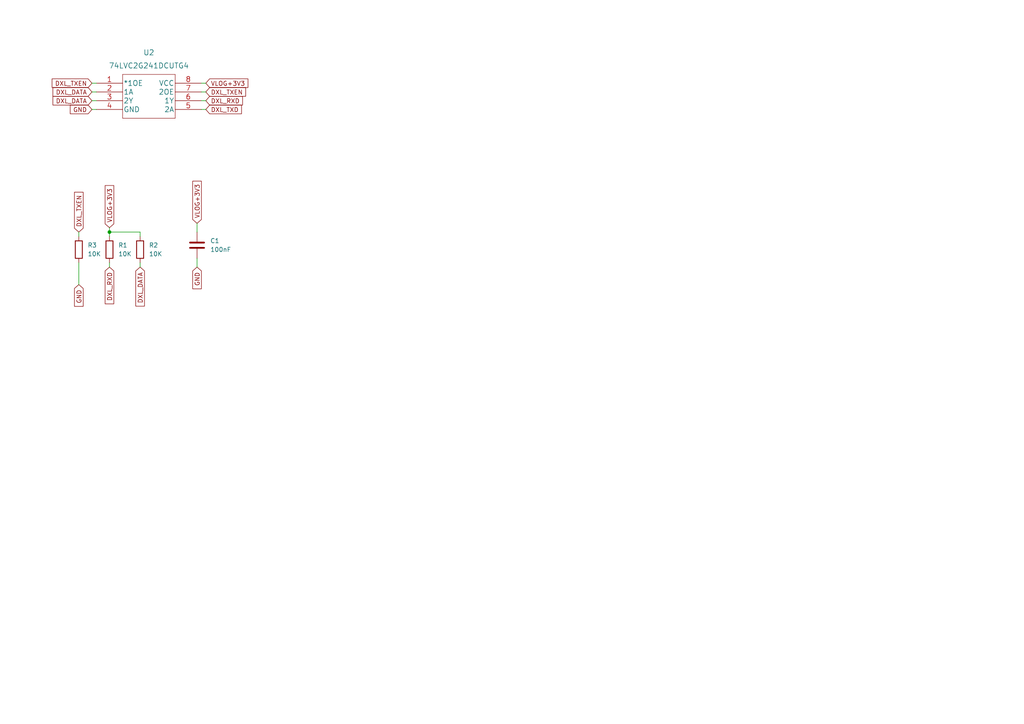
<source format=kicad_sch>
(kicad_sch (version 20230121) (generator eeschema)
  (paper "A4")
  (lib_symbols
    (symbol "Device:C" (pin_numbers hide) (pin_names (offset 0.254))
      (property "Reference" "C" (at 0.635 2.54 0))
      (property "Value" "C" (at 0.635 -2.54 0))
      (symbol "C_0_1"
        (polyline (pts (xy -2.032 -0.762) (xy 2.032 -0.762)) (stroke (width 0.508)))
        (polyline (pts (xy -2.032 0.762) (xy 2.032 0.762)) (stroke (width 0.508)))
      )
      (symbol "C_1_1"
        (pin passive line (at 0 3.81 270) (length 2.794) (name "~") (number "1"))
        (pin passive line (at 0 -3.81 90) (length 2.794) (name "~") (number "2"))
      )
    )
    (symbol "Device:R" (pin_numbers hide) (pin_names (offset 0))
      (property "Reference" "R" (at 2.032 0 90))
      (property "Value" "R" (at 0 0 90))
      (symbol "R_0_1"
        (rectangle (start -1.016 -2.54) (end 1.016 2.54) (stroke (width 0.254)))
      )
      (symbol "R_1_1"
        (pin passive line (at 0 3.81 270) (length 1.27) (name "~") (number "1"))
        (pin passive line (at 0 -3.81 90) (length 1.27) (name "~") (number "2"))
      )
    )
    (symbol "SN74LVC2G241:74LVC2G241DCUTG4" (pin_names (offset 0.254))
      (property "Reference" "U" (at 0 10.16 0))
      (property "Value" "74LVC2G241DCUTG4" (at 0 7.62 0))
      (symbol "74LVC2G241DCUTG4_1_1"
        (polyline (pts (xy -7.62 -6.35) (xy 7.62 -6.35)) (stroke (width 0.127)))
        (polyline (pts (xy -7.62 6.35) (xy -7.62 -6.35)) (stroke (width 0.127)))
        (polyline (pts (xy 7.62 -6.35) (xy 7.62 6.35)) (stroke (width 0.127)))
        (polyline (pts (xy 7.62 6.35) (xy -7.62 6.35)) (stroke (width 0.127)))
        (pin input line (at -15.24 3.81 0) (length 7.62) (name "*1OE") (number "1"))
        (pin input line (at -15.24 1.27 0) (length 7.62) (name "1A") (number "2"))
        (pin output line (at -15.24 -1.27 0) (length 7.62) (name "2Y") (number "3"))
        (pin power_in line (at -15.24 -3.81 0) (length 7.62) (name "GND") (number "4"))
        (pin input line (at 15.24 -3.81 180) (length 7.62) (name "2A") (number "5"))
        (pin output line (at 15.24 -1.27 180) (length 7.62) (name "1Y") (number "6"))
        (pin input line (at 15.24 1.27 180) (length 7.62) (name "2OE") (number "7"))
        (pin power_in line (at 15.24 3.81 180) (length 7.62) (name "VCC") (number "8"))
      )
    )
  )
  (junction (at 31.75 67.31))
  (wire (pts (xy 58.42 24.13) (xy 59.69 24.13)))
  (wire (pts (xy 31.75 76.2) (xy 31.75 77.47)))
  (wire (pts (xy 22.86 76.2) (xy 22.86 82.55)))
  (wire (pts (xy 26.67 26.67) (xy 27.94 26.67)))
  (wire (pts (xy 40.64 76.2) (xy 40.64 77.47)))
  (wire (pts (xy 57.15 64.77) (xy 57.15 67.31)))
  (wire (pts (xy 31.75 66.04) (xy 31.75 67.31)))
  (wire (pts (xy 26.67 24.13) (xy 27.94 24.13)))
  (wire (pts (xy 40.64 67.31) (xy 31.75 67.31)))
  (wire (pts (xy 31.75 67.31) (xy 31.75 68.58)))
  (wire (pts (xy 27.94 31.75) (xy 26.67 31.75)))
  (wire (pts (xy 57.15 74.93) (xy 57.15 77.47)))
  (wire (pts (xy 26.67 29.21) (xy 27.94 29.21)))
  (wire (pts (xy 58.42 31.75) (xy 59.69 31.75)))
  (wire (pts (xy 40.64 68.58) (xy 40.64 67.31)))
  (wire (pts (xy 58.42 29.21) (xy 59.69 29.21)))
  (wire (pts (xy 22.86 67.31) (xy 22.86 68.58)))
  (wire (pts (xy 58.42 26.67) (xy 59.69 26.67)))
  (global_label "DXL_RXD" (shape input) (at 59.69 29.21 0) (property "Intersheetrefs" "${INTERSHEET_REFS}" (effects hide)))
  (global_label "GND" (shape input) (at 57.15 77.47 270) (property "Intersheetrefs" "${INTERSHEET_REFS}" (effects hide)))
  (global_label "DXL_TXEN" (shape input) (at 22.86 67.31 90) (property "Intersheetrefs" "${INTERSHEET_REFS}" (effects hide)))
  (global_label "DXL_TXEN" (shape input) (at 26.67 24.13 180) (property "Intersheetrefs" "${INTERSHEET_REFS}" (effects hide)))
  (global_label "DXL_TXEN" (shape input) (at 59.69 26.67 0) (property "Intersheetrefs" "${INTERSHEET_REFS}" (effects hide)))
  (global_label "DXL_RXD" (shape input) (at 31.75 77.47 270) (property "Intersheetrefs" "${INTERSHEET_REFS}" (effects hide)))
  (global_label "DXL_DATA" (shape input) (at 26.67 29.21 180) (property "Intersheetrefs" "${INTERSHEET_REFS}" (effects hide)))
  (global_label "VLOG+3V3" (shape input) (at 59.69 24.13 0) (property "Intersheetrefs" "${INTERSHEET_REFS}" (effects hide)))
  (global_label "DXL_TXD" (shape input) (at 59.69 31.75 0) (property "Intersheetrefs" "${INTERSHEET_REFS}" (effects hide)))
  (global_label "VLOG+3V3" (shape input) (at 31.75 66.04 90) (property "Intersheetrefs" "${INTERSHEET_REFS}" (effects hide)))
  (global_label "GND" (shape input) (at 26.67 31.75 180) (property "Intersheetrefs" "${INTERSHEET_REFS}" (effects hide)))
  (global_label "VLOG+3V3" (shape input) (at 57.15 64.77 90) (property "Intersheetrefs" "${INTERSHEET_REFS}" (effects hide)))
  (global_label "DXL_DATA" (shape input) (at 26.67 26.67 180) (property "Intersheetrefs" "${INTERSHEET_REFS}" (effects hide)))
  (global_label "DXL_DATA" (shape input) (at 40.64 77.47 270) (property "Intersheetrefs" "${INTERSHEET_REFS}" (effects hide)))
  (global_label "GND" (shape input) (at 22.86 82.55 270) (property "Intersheetrefs" "${INTERSHEET_REFS}" (effects hide)))
  (symbol (lib_id "Device:R") (at 22.86 72.39 0) (unit 1)
    (property "Reference" "R3" (at 25.4 71.1199 0) (effects (justify left)))
    (property "Value" "10K" (at 25.4 73.6599 0) (effects (justify left)))
    (property "Footprint" "Resistor_SMD:R_0603_1608Metric" (effects hide))
    (instances (project "DynamixelAdapter" (path "" (reference "R3") (unit 1))) (project "Edurob" (path "" (reference "R7") (unit 1))))
  )
  (symbol (lib_id "SN74LVC2G241:74LVC2G241DCUTG4") (at 43.18 27.94 0) (unit 1)
    (property "Reference" "U2" (at 43.18 15.24 0) (effects (font (size 1.524 1.524))))
    (property "Value" "74LVC2G241DCUTG4" (at 43.18 19.05 0) (effects (font (size 1.524 1.524))))
    (property "Footprint" "Footprints:74LVC2G241DCUTG4" (effects hide))
    (instances (project "DynamixelAdapter" (path "" (reference "U2") (unit 1))) (project "Edurob" (path "" (reference "U5") (unit 1))))
  )
  (symbol (lib_id "Device:C") (at 57.15 71.12 0) (unit 1)
    (property "Reference" "C1" (at 60.96 69.8499 0) (effects (justify left)))
    (property "Value" "100nF" (at 60.96 72.3899 0) (effects (justify left)))
    (property "Footprint" "Capacitor_SMD:C_0603_1608Metric" (effects hide))
    (instances (project "DynamixelAdapter" (path "" (reference "C1") (unit 1))) (project "Edurob" (path "" (reference "C9") (unit 1))))
  )
  (symbol (lib_id "Device:R") (at 31.75 72.39 0) (unit 1)
    (property "Reference" "R1" (at 34.29 71.1199 0) (effects (justify left)))
    (property "Value" "10K" (at 34.29 73.6599 0) (effects (justify left)))
    (property "Footprint" "Resistor_SMD:R_0603_1608Metric" (effects hide))
    (instances (project "DynamixelAdapter" (path "" (reference "R1") (unit 1))) (project "Edurob" (path "" (reference "R8") (unit 1))))
  )
  (symbol (lib_id "Device:R") (at 40.64 72.39 0) (unit 1)
    (property "Reference" "R2" (at 43.18 71.1199 0) (effects (justify left)))
    (property "Value" "10K" (at 43.18 73.6599 0) (effects (justify left)))
    (property "Footprint" "Resistor_SMD:R_0603_1608Metric" (effects hide))
    (instances (project "DynamixelAdapter" (path "" (reference "R2") (unit 1))) (project "Edurob" (path "" (reference "R9") (unit 1))))
  )
)
</source>
